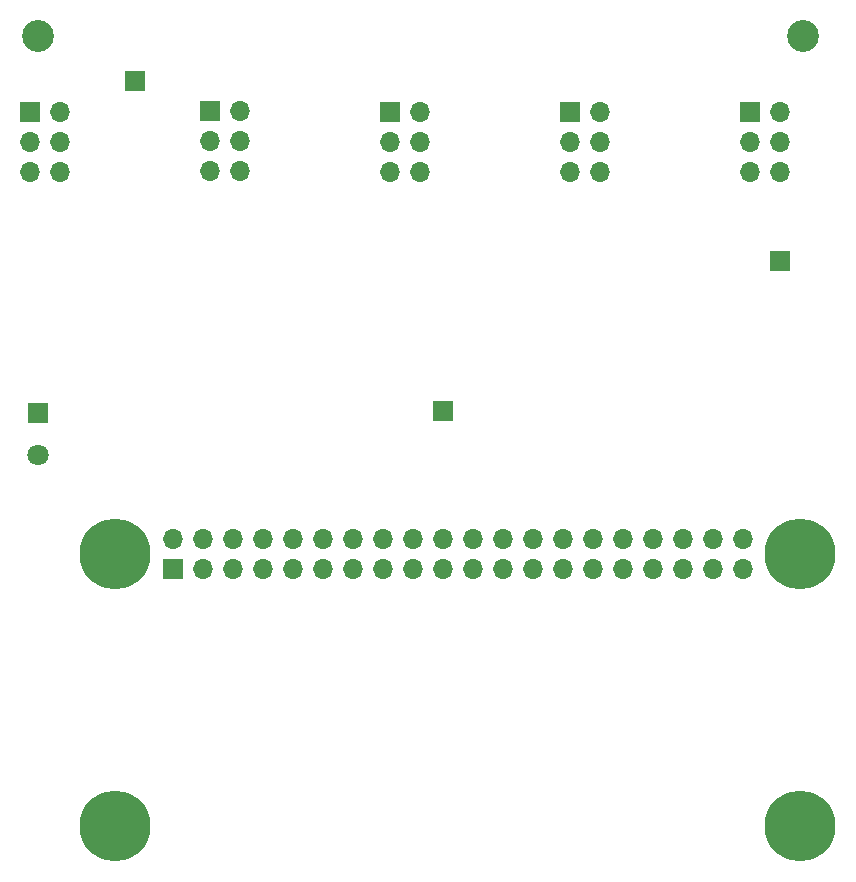
<source format=gbr>
%TF.GenerationSoftware,KiCad,Pcbnew,(6.0.0)*%
%TF.CreationDate,2022-02-07T22:24:18-06:00*%
%TF.ProjectId,PiDRO_interface,50694452-4f5f-4696-9e74-657266616365,rev?*%
%TF.SameCoordinates,Original*%
%TF.FileFunction,Soldermask,Bot*%
%TF.FilePolarity,Negative*%
%FSLAX46Y46*%
G04 Gerber Fmt 4.6, Leading zero omitted, Abs format (unit mm)*
G04 Created by KiCad (PCBNEW (6.0.0)) date 2022-02-07 22:24:18*
%MOMM*%
%LPD*%
G01*
G04 APERTURE LIST*
%ADD10C,1.800000*%
%ADD11R,1.800000X1.800000*%
%ADD12C,2.700000*%
%ADD13R,1.700000X1.700000*%
%ADD14O,1.700000X1.700000*%
%ADD15C,6.000000*%
G04 APERTURE END LIST*
D10*
%TO.C,J10*%
X94615000Y-79855000D03*
D11*
X94615000Y-76355000D03*
%TD*%
D12*
%TO.C,H2*%
X159385000Y-44450000D03*
%TD*%
D13*
%TO.C,J8*%
X128905000Y-76200000D03*
%TD*%
%TO.C,J5*%
X154935000Y-50815000D03*
D14*
X157475000Y-50815000D03*
X154935000Y-53355000D03*
X157475000Y-53355000D03*
X154935000Y-55895000D03*
X157475000Y-55895000D03*
%TD*%
D12*
%TO.C,H1*%
X94615000Y-44450000D03*
%TD*%
D13*
%TO.C,J9*%
X157480000Y-63500000D03*
%TD*%
%TO.C,J3*%
X124455000Y-50815000D03*
D14*
X126995000Y-50815000D03*
X124455000Y-53355000D03*
X126995000Y-53355000D03*
X124455000Y-55895000D03*
X126995000Y-55895000D03*
%TD*%
D13*
%TO.C,J7*%
X102870000Y-48260000D03*
%TD*%
%TO.C,J2*%
X109220000Y-50800000D03*
D14*
X111760000Y-50800000D03*
X109220000Y-53340000D03*
X111760000Y-53340000D03*
X109220000Y-55880000D03*
X111760000Y-55880000D03*
%TD*%
D13*
%TO.C,J4*%
X139695000Y-50815000D03*
D14*
X142235000Y-50815000D03*
X139695000Y-53355000D03*
X142235000Y-53355000D03*
X139695000Y-55895000D03*
X142235000Y-55895000D03*
%TD*%
D13*
%TO.C,J1*%
X93980000Y-50815000D03*
D14*
X96520000Y-50815000D03*
X93980000Y-53355000D03*
X96520000Y-53355000D03*
X93980000Y-55895000D03*
X96520000Y-55895000D03*
%TD*%
%TO.C,J6*%
X154305000Y-86995000D03*
X154305000Y-89535000D03*
X151765000Y-86995000D03*
X151765000Y-89535000D03*
X149225000Y-86995000D03*
X149225000Y-89535000D03*
X146685000Y-86995000D03*
X146685000Y-89535000D03*
X144145000Y-86995000D03*
X144145000Y-89535000D03*
X141605000Y-86995000D03*
X141605000Y-89535000D03*
X139065000Y-86995000D03*
X139065000Y-89535000D03*
X136525000Y-86995000D03*
X136525000Y-89535000D03*
X133985000Y-86995000D03*
X133985000Y-89535000D03*
X131445000Y-86995000D03*
X131445000Y-89535000D03*
X128905000Y-86995000D03*
X128905000Y-89535000D03*
X126365000Y-86995000D03*
X126365000Y-89535000D03*
X123825000Y-86995000D03*
X123825000Y-89535000D03*
X121285000Y-86995000D03*
X121285000Y-89535000D03*
X118745000Y-86995000D03*
X118745000Y-89535000D03*
X116205000Y-86995000D03*
X116205000Y-89535000D03*
X113665000Y-86995000D03*
X113665000Y-89535000D03*
X111125000Y-86995000D03*
X111125000Y-89535000D03*
X108585000Y-86995000D03*
X108585000Y-89535000D03*
X106045000Y-86995000D03*
D13*
X106045000Y-89535000D03*
D15*
X101175000Y-88265000D03*
X159175000Y-88265000D03*
X159175000Y-111265000D03*
X101175000Y-111265000D03*
%TD*%
M02*

</source>
